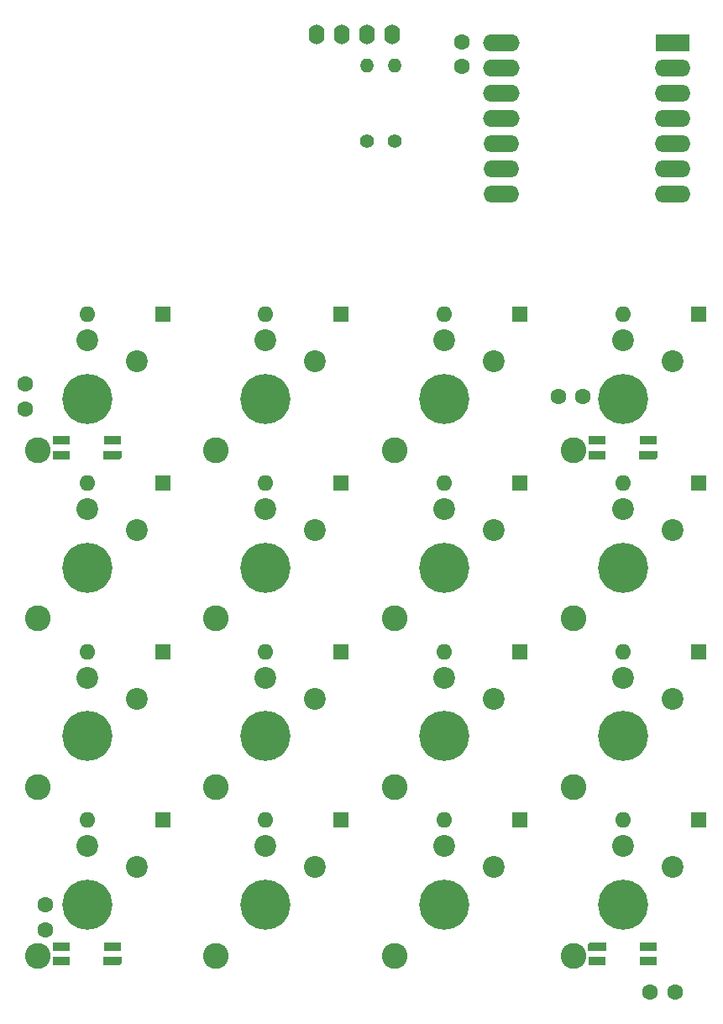
<source format=gbs>
G04 #@! TF.GenerationSoftware,KiCad,Pcbnew,8.0.6*
G04 #@! TF.CreationDate,2024-10-20T21:42:17+02:00*
G04 #@! TF.ProjectId,macropad,6d616372-6f70-4616-942e-6b696361645f,v7.6*
G04 #@! TF.SameCoordinates,Original*
G04 #@! TF.FileFunction,Soldermask,Bot*
G04 #@! TF.FilePolarity,Negative*
%FSLAX46Y46*%
G04 Gerber Fmt 4.6, Leading zero omitted, Abs format (unit mm)*
G04 Created by KiCad (PCBNEW 8.0.6) date 2024-10-20 21:42:17*
%MOMM*%
%LPD*%
G01*
G04 APERTURE LIST*
G04 Aperture macros list*
%AMOutline5P*
0 Free polygon, 5 corners , with rotation*
0 The origin of the aperture is its center*
0 number of corners: always 5*
0 $1 to $10 corner X, Y*
0 $11 Rotation angle, in degrees counterclockwise*
0 create outline with 5 corners*
4,1,5,$1,$2,$3,$4,$5,$6,$7,$8,$9,$10,$1,$2,$11*%
%AMOutline6P*
0 Free polygon, 6 corners , with rotation*
0 The origin of the aperture is its center*
0 number of corners: always 6*
0 $1 to $12 corner X, Y*
0 $13 Rotation angle, in degrees counterclockwise*
0 create outline with 6 corners*
4,1,6,$1,$2,$3,$4,$5,$6,$7,$8,$9,$10,$11,$12,$1,$2,$13*%
%AMOutline7P*
0 Free polygon, 7 corners , with rotation*
0 The origin of the aperture is its center*
0 number of corners: always 7*
0 $1 to $14 corner X, Y*
0 $15 Rotation angle, in degrees counterclockwise*
0 create outline with 7 corners*
4,1,7,$1,$2,$3,$4,$5,$6,$7,$8,$9,$10,$11,$12,$13,$14,$1,$2,$15*%
%AMOutline8P*
0 Free polygon, 8 corners , with rotation*
0 The origin of the aperture is its center*
0 number of corners: always 8*
0 $1 to $16 corner X, Y*
0 $17 Rotation angle, in degrees counterclockwise*
0 create outline with 8 corners*
4,1,8,$1,$2,$3,$4,$5,$6,$7,$8,$9,$10,$11,$12,$13,$14,$15,$16,$1,$2,$17*%
G04 Aperture macros list end*
%ADD10C,2.600000*%
%ADD11C,5.050000*%
%ADD12C,2.200000*%
%ADD13O,1.600000X2.000000*%
%ADD14R,1.600000X1.600000*%
%ADD15O,1.600000X1.600000*%
%ADD16C,1.600000*%
%ADD17R,3.500000X1.700000*%
%ADD18O,3.600000X1.700000*%
%ADD19O,3.700000X1.700000*%
%ADD20R,1.800000X0.820000*%
%ADD21Outline5P,-0.900000X0.410000X0.900000X0.410000X0.900000X-0.246000X0.736000X-0.410000X-0.900000X-0.410000X180.000000*%
%ADD22Outline5P,-0.900000X0.410000X0.900000X0.410000X0.900000X-0.246000X0.736000X-0.410000X-0.900000X-0.410000X0.000000*%
%ADD23C,1.400000*%
%ADD24O,1.400000X1.400000*%
G04 APERTURE END LIST*
D10*
G04 #@! TO.C,SW4*
X8250000Y-60900000D03*
D11*
X13250000Y-55750000D03*
D12*
X13250000Y-49850000D03*
X18250000Y-51950000D03*
G04 #@! TD*
D10*
G04 #@! TO.C,SW14*
X44250000Y-94900000D03*
D11*
X49250000Y-89750000D03*
D12*
X49250000Y-83850000D03*
X54250000Y-85950000D03*
G04 #@! TD*
D10*
G04 #@! TO.C,SW1*
X8250000Y-43900000D03*
D11*
X13250000Y-38750000D03*
D12*
X13250000Y-32850000D03*
X18250000Y-34950000D03*
G04 #@! TD*
D10*
G04 #@! TO.C,SW8*
X26250000Y-77900000D03*
D11*
X31250000Y-72750000D03*
D12*
X31250000Y-66850000D03*
X36250000Y-68950000D03*
G04 #@! TD*
D10*
G04 #@! TO.C,SW9*
X44250000Y-77900000D03*
D11*
X49250000Y-72750000D03*
D12*
X49250000Y-66850000D03*
X54250000Y-68950000D03*
G04 #@! TD*
D10*
G04 #@! TO.C,SW12*
X62250000Y-77900000D03*
D11*
X67250000Y-72750000D03*
D12*
X67250000Y-66850000D03*
X72250000Y-68950000D03*
G04 #@! TD*
D10*
G04 #@! TO.C,SW6*
X44250000Y-60900000D03*
D11*
X49250000Y-55750000D03*
D12*
X49250000Y-49850000D03*
X54250000Y-51950000D03*
G04 #@! TD*
D10*
G04 #@! TO.C,SW10*
X62250000Y-43900000D03*
D11*
X67250000Y-38750000D03*
D12*
X67250000Y-32850000D03*
X72250000Y-34950000D03*
G04 #@! TD*
D10*
G04 #@! TO.C,SW7*
X8250000Y-77900000D03*
D11*
X13250000Y-72750000D03*
D12*
X13250000Y-66850000D03*
X18250000Y-68950000D03*
G04 #@! TD*
D13*
G04 #@! TO.C,Brd1*
X36420000Y-2000000D03*
X38960000Y-2000000D03*
X41500000Y-2000000D03*
X44040000Y-2000000D03*
G04 #@! TD*
D10*
G04 #@! TO.C,SW2*
X26250000Y-43900000D03*
D11*
X31250000Y-38750000D03*
D12*
X31250000Y-32850000D03*
X36250000Y-34950000D03*
G04 #@! TD*
D10*
G04 #@! TO.C,SW11*
X62250000Y-60900000D03*
D11*
X67250000Y-55750000D03*
D12*
X67250000Y-49850000D03*
X72250000Y-51950000D03*
G04 #@! TD*
D10*
G04 #@! TO.C,SW3*
X44250000Y-43900000D03*
D11*
X49250000Y-38750000D03*
D12*
X49250000Y-32850000D03*
X54250000Y-34950000D03*
G04 #@! TD*
D10*
G04 #@! TO.C,SW16*
X8250000Y-94900000D03*
D11*
X13250000Y-89750000D03*
D12*
X13250000Y-83850000D03*
X18250000Y-85950000D03*
G04 #@! TD*
D10*
G04 #@! TO.C,SW5*
X26250000Y-60900000D03*
D11*
X31250000Y-55750000D03*
D12*
X31250000Y-49850000D03*
X36250000Y-51950000D03*
G04 #@! TD*
D10*
G04 #@! TO.C,SW13*
X62250000Y-94900000D03*
D11*
X67250000Y-89750000D03*
D12*
X67250000Y-83850000D03*
X72250000Y-85950000D03*
G04 #@! TD*
D10*
G04 #@! TO.C,SW15*
X26250000Y-94900000D03*
D11*
X31250000Y-89750000D03*
D12*
X31250000Y-83850000D03*
X36250000Y-85950000D03*
G04 #@! TD*
D14*
G04 #@! TO.C,D3*
X56870000Y-30225000D03*
D15*
X49250000Y-30225000D03*
G04 #@! TD*
D16*
G04 #@! TO.C,C5*
X7000000Y-39750000D03*
X7000000Y-37250000D03*
G04 #@! TD*
D17*
G04 #@! TO.C,U2*
X72250000Y-2840000D03*
D18*
X72250000Y-5380000D03*
X72250000Y-7920000D03*
X72250000Y-10460000D03*
X72250000Y-13000000D03*
X72250000Y-15540000D03*
X72250000Y-18080000D03*
X55000000Y-18080000D03*
X55000000Y-15540000D03*
X55000000Y-13000000D03*
D19*
X55000000Y-10460000D03*
X55000000Y-7920000D03*
X55000000Y-5380000D03*
X55000000Y-2840000D03*
G04 #@! TD*
D14*
G04 #@! TO.C,D11*
X74870000Y-47225000D03*
D15*
X67250000Y-47225000D03*
G04 #@! TD*
D20*
G04 #@! TO.C,D22*
X69850000Y-93930000D03*
D21*
X64650000Y-93930000D03*
D20*
X64650000Y-95430000D03*
X69850000Y-95430000D03*
G04 #@! TD*
D16*
G04 #@! TO.C,C4*
X63250000Y-38500000D03*
X60750000Y-38500000D03*
G04 #@! TD*
D14*
G04 #@! TO.C,D15*
X38870000Y-81225000D03*
D15*
X31250000Y-81225000D03*
G04 #@! TD*
D14*
G04 #@! TO.C,D4*
X20870000Y-47225000D03*
D15*
X13250000Y-47225000D03*
G04 #@! TD*
D14*
G04 #@! TO.C,D8*
X38870000Y-64225000D03*
D15*
X31250000Y-64225000D03*
G04 #@! TD*
D14*
G04 #@! TO.C,D10*
X74870000Y-30225000D03*
D15*
X67250000Y-30225000D03*
G04 #@! TD*
D14*
G04 #@! TO.C,D13*
X74870000Y-81225000D03*
D15*
X67250000Y-81225000D03*
G04 #@! TD*
D14*
G04 #@! TO.C,D16*
X20870000Y-81225000D03*
D15*
X13250000Y-81225000D03*
G04 #@! TD*
D20*
G04 #@! TO.C,D17*
X64650000Y-44430000D03*
D22*
X69850000Y-44430000D03*
D20*
X69850000Y-42930000D03*
X64650000Y-42930000D03*
G04 #@! TD*
D16*
G04 #@! TO.C,C1*
X70000000Y-98500000D03*
X72500000Y-98500000D03*
G04 #@! TD*
D23*
G04 #@! TO.C,R2*
X44250000Y-12810000D03*
D24*
X44250000Y-5190000D03*
G04 #@! TD*
D14*
G04 #@! TO.C,D1*
X20870000Y-30225000D03*
D15*
X13250000Y-30225000D03*
G04 #@! TD*
D14*
G04 #@! TO.C,D6*
X56870000Y-47225000D03*
D15*
X49250000Y-47225000D03*
G04 #@! TD*
D14*
G04 #@! TO.C,D7*
X20870000Y-64225000D03*
D15*
X13250000Y-64225000D03*
G04 #@! TD*
D14*
G04 #@! TO.C,D9*
X56870000Y-64225000D03*
D15*
X49250000Y-64225000D03*
G04 #@! TD*
D23*
G04 #@! TO.C,R1*
X41500000Y-12750000D03*
D24*
X41500000Y-5130000D03*
G04 #@! TD*
D14*
G04 #@! TO.C,D12*
X74870000Y-64225000D03*
D15*
X67250000Y-64225000D03*
G04 #@! TD*
D14*
G04 #@! TO.C,D2*
X38870000Y-30225000D03*
D15*
X31250000Y-30225000D03*
G04 #@! TD*
D20*
G04 #@! TO.C,D18*
X10650000Y-44430000D03*
D22*
X15850000Y-44430000D03*
D20*
X15850000Y-42930000D03*
X10650000Y-42930000D03*
G04 #@! TD*
D16*
G04 #@! TO.C,C2*
X51000000Y-2750000D03*
X51000000Y-5250000D03*
G04 #@! TD*
G04 #@! TO.C,C3*
X9000000Y-92250000D03*
X9000000Y-89750000D03*
G04 #@! TD*
D20*
G04 #@! TO.C,D21*
X10650000Y-95430000D03*
D22*
X15850000Y-95430000D03*
D20*
X15850000Y-93930000D03*
X10650000Y-93930000D03*
G04 #@! TD*
D14*
G04 #@! TO.C,D5*
X38870000Y-47225000D03*
D15*
X31250000Y-47225000D03*
G04 #@! TD*
D14*
G04 #@! TO.C,D14*
X56870000Y-81225000D03*
D15*
X49250000Y-81225000D03*
G04 #@! TD*
M02*

</source>
